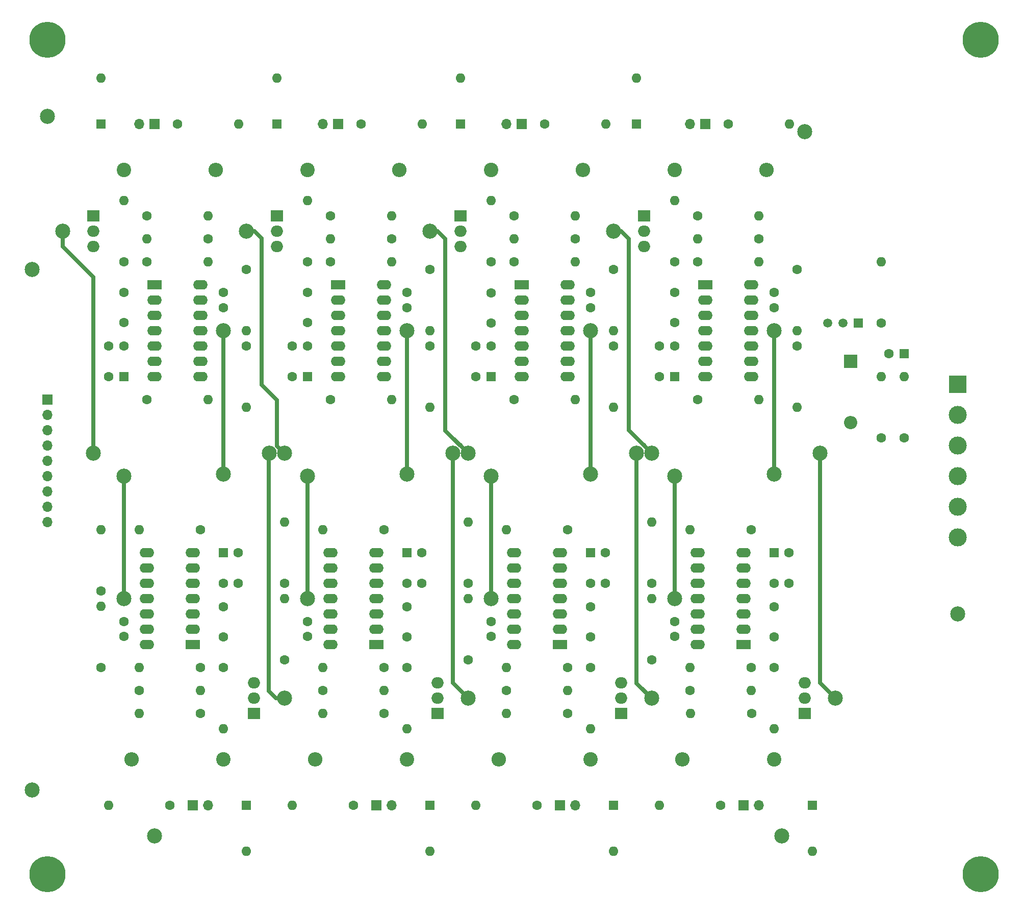
<source format=gtl>
%TF.GenerationSoftware,KiCad,Pcbnew,5.1.10*%
%TF.CreationDate,2021-06-29T12:58:40-03:00*%
%TF.ProjectId,cta,6374612e-6b69-4636-9164-5f7063625858,rev?*%
%TF.SameCoordinates,Original*%
%TF.FileFunction,Copper,L1,Top*%
%TF.FilePolarity,Positive*%
%FSLAX46Y46*%
G04 Gerber Fmt 4.6, Leading zero omitted, Abs format (unit mm)*
G04 Created by KiCad (PCBNEW 5.1.10) date 2021-06-29 12:58:40*
%MOMM*%
%LPD*%
G01*
G04 APERTURE LIST*
%TA.AperFunction,ComponentPad*%
%ADD10C,6.000000*%
%TD*%
%TA.AperFunction,ComponentPad*%
%ADD11C,3.000000*%
%TD*%
%TA.AperFunction,ComponentPad*%
%ADD12R,3.000000X3.000000*%
%TD*%
%TA.AperFunction,ComponentPad*%
%ADD13O,2.400000X1.600000*%
%TD*%
%TA.AperFunction,ComponentPad*%
%ADD14R,2.400000X1.600000*%
%TD*%
%TA.AperFunction,ComponentPad*%
%ADD15O,1.700000X1.700000*%
%TD*%
%TA.AperFunction,ComponentPad*%
%ADD16R,1.700000X1.700000*%
%TD*%
%TA.AperFunction,ComponentPad*%
%ADD17O,1.600000X1.600000*%
%TD*%
%TA.AperFunction,ComponentPad*%
%ADD18R,1.600000X1.600000*%
%TD*%
%TA.AperFunction,ComponentPad*%
%ADD19C,1.600000*%
%TD*%
%TA.AperFunction,ComponentPad*%
%ADD20R,1.500000X1.500000*%
%TD*%
%TA.AperFunction,ComponentPad*%
%ADD21C,1.500000*%
%TD*%
%TA.AperFunction,ComponentPad*%
%ADD22O,2.200000X2.200000*%
%TD*%
%TA.AperFunction,ComponentPad*%
%ADD23R,2.200000X2.200000*%
%TD*%
%TA.AperFunction,ComponentPad*%
%ADD24O,2.400000X2.400000*%
%TD*%
%TA.AperFunction,ComponentPad*%
%ADD25C,2.400000*%
%TD*%
%TA.AperFunction,ComponentPad*%
%ADD26O,2.000000X1.905000*%
%TD*%
%TA.AperFunction,ComponentPad*%
%ADD27R,2.000000X1.905000*%
%TD*%
%TA.AperFunction,ViaPad*%
%ADD28C,2.500000*%
%TD*%
%TA.AperFunction,Conductor*%
%ADD29C,0.700000*%
%TD*%
G04 APERTURE END LIST*
D10*
X210820000Y-19050000D03*
X210820000Y-157480000D03*
X55880000Y-157480000D03*
X55880000Y-19050000D03*
D11*
X207010000Y-101600000D03*
X207010000Y-96520000D03*
X207010000Y-91440000D03*
D12*
X207010000Y-76200000D03*
D11*
X207010000Y-86360000D03*
X207010000Y-81280000D03*
D13*
X72390000Y-119380000D03*
X80010000Y-104140000D03*
X72390000Y-116840000D03*
X80010000Y-106680000D03*
X72390000Y-114300000D03*
X80010000Y-109220000D03*
X72390000Y-111760000D03*
X80010000Y-111760000D03*
X72390000Y-109220000D03*
X80010000Y-114300000D03*
X72390000Y-106680000D03*
X80010000Y-116840000D03*
X72390000Y-104140000D03*
D14*
X80010000Y-119380000D03*
D15*
X55880000Y-99060000D03*
X55880000Y-96520000D03*
X55880000Y-93980000D03*
X55880000Y-91440000D03*
X55880000Y-88900000D03*
X55880000Y-86360000D03*
X55880000Y-83820000D03*
X55880000Y-81280000D03*
D16*
X55880000Y-78740000D03*
D17*
X182880000Y-153670000D03*
D18*
X182880000Y-146050000D03*
D17*
X149860000Y-153670000D03*
D18*
X149860000Y-146050000D03*
D17*
X119380000Y-153670000D03*
D18*
X119380000Y-146050000D03*
D17*
X88900000Y-153670000D03*
D18*
X88900000Y-146050000D03*
D17*
X153670000Y-25400000D03*
D18*
X153670000Y-33020000D03*
D17*
X124460000Y-25400000D03*
D18*
X124460000Y-33020000D03*
D17*
X93980000Y-25400000D03*
D18*
X93980000Y-33020000D03*
D17*
X64770000Y-25400000D03*
D18*
X64770000Y-33020000D03*
D17*
X194310000Y-74930000D03*
D19*
X194310000Y-85090000D03*
D17*
X198120000Y-74930000D03*
D19*
X198120000Y-85090000D03*
D17*
X194310000Y-55880000D03*
D19*
X194310000Y-66040000D03*
D20*
X190500000Y-66040000D03*
D21*
X185420000Y-66040000D03*
X187960000Y-66040000D03*
D22*
X189230000Y-82550000D03*
D23*
X189230000Y-72390000D03*
D19*
X195620000Y-71120000D03*
D18*
X198120000Y-71120000D03*
D19*
X176530000Y-113110000D03*
X176530000Y-118110000D03*
X146050000Y-113110000D03*
X146050000Y-118110000D03*
X115570000Y-113110000D03*
X115570000Y-118110000D03*
X85090000Y-113110000D03*
X85090000Y-118110000D03*
X160020000Y-65960000D03*
X160020000Y-60960000D03*
X129540000Y-66040000D03*
X129540000Y-61040000D03*
D24*
X161290000Y-138430000D03*
D25*
X176530000Y-138430000D03*
D24*
X130810000Y-138430000D03*
D25*
X146050000Y-138430000D03*
D24*
X100330000Y-138430000D03*
D25*
X115570000Y-138430000D03*
D24*
X69850000Y-138430000D03*
D25*
X85090000Y-138430000D03*
D24*
X175260000Y-40640000D03*
D25*
X160020000Y-40640000D03*
D24*
X144780000Y-40640000D03*
D25*
X129540000Y-40640000D03*
D24*
X114300000Y-40640000D03*
D25*
X99060000Y-40640000D03*
D24*
X83820000Y-40640000D03*
D25*
X68580000Y-40640000D03*
D19*
X179030000Y-109220000D03*
X176530000Y-109220000D03*
X148550000Y-109220000D03*
X146050000Y-109220000D03*
X118070000Y-109220000D03*
X115570000Y-109220000D03*
X87590000Y-109220000D03*
X85090000Y-109220000D03*
X157520000Y-69850000D03*
X160020000Y-69850000D03*
X127040000Y-69850000D03*
X129540000Y-69850000D03*
X96560000Y-69850000D03*
X99060000Y-69850000D03*
X66080000Y-69850000D03*
X68580000Y-69850000D03*
X160020000Y-118070000D03*
X160020000Y-115570000D03*
X129540000Y-118070000D03*
X129540000Y-115570000D03*
X99060000Y-118070000D03*
X99060000Y-115570000D03*
X68580000Y-118070000D03*
X68580000Y-115570000D03*
X176530000Y-61000000D03*
X176530000Y-63500000D03*
X146050000Y-61000000D03*
X146050000Y-63500000D03*
X115570000Y-61000000D03*
X115570000Y-63500000D03*
X85090000Y-61000000D03*
X85090000Y-63500000D03*
D15*
X173990000Y-146050000D03*
D16*
X171450000Y-146050000D03*
D15*
X143510000Y-146050000D03*
D16*
X140970000Y-146050000D03*
D15*
X113030000Y-146050000D03*
D16*
X110490000Y-146050000D03*
D15*
X82550000Y-146050000D03*
D16*
X80010000Y-146050000D03*
D15*
X162560000Y-33020000D03*
D16*
X165100000Y-33020000D03*
D15*
X132080000Y-33020000D03*
D16*
X134620000Y-33020000D03*
D15*
X101600000Y-33020000D03*
D16*
X104140000Y-33020000D03*
D15*
X71120000Y-33020000D03*
D16*
X73660000Y-33020000D03*
D19*
X99060000Y-65960000D03*
X99060000Y-60960000D03*
X68580000Y-65960000D03*
X68580000Y-60960000D03*
D13*
X163830000Y-119380000D03*
X171450000Y-104140000D03*
X163830000Y-116840000D03*
X171450000Y-106680000D03*
X163830000Y-114300000D03*
X171450000Y-109220000D03*
X163830000Y-111760000D03*
X171450000Y-111760000D03*
X163830000Y-109220000D03*
X171450000Y-114300000D03*
X163830000Y-106680000D03*
X171450000Y-116840000D03*
X163830000Y-104140000D03*
D14*
X171450000Y-119380000D03*
D17*
X157480000Y-146050000D03*
D19*
X167640000Y-146050000D03*
D17*
X162560000Y-123190000D03*
D19*
X172720000Y-123190000D03*
D17*
X176530000Y-133350000D03*
D19*
X176530000Y-123190000D03*
D17*
X162560000Y-100330000D03*
D19*
X172720000Y-100330000D03*
D17*
X156210000Y-99060000D03*
D19*
X156210000Y-109220000D03*
D17*
X156210000Y-111760000D03*
D19*
X156210000Y-121920000D03*
D17*
X172720000Y-127000000D03*
D19*
X162560000Y-127000000D03*
D17*
X162680225Y-130810000D03*
D19*
X172840225Y-130810000D03*
D26*
X181610000Y-125730000D03*
X181610000Y-128270000D03*
D27*
X181610000Y-130810000D03*
D19*
X179030000Y-104140000D03*
D18*
X176530000Y-104140000D03*
D13*
X133350000Y-119380000D03*
X140970000Y-104140000D03*
X133350000Y-116840000D03*
X140970000Y-106680000D03*
X133350000Y-114300000D03*
X140970000Y-109220000D03*
X133350000Y-111760000D03*
X140970000Y-111760000D03*
X133350000Y-109220000D03*
X140970000Y-114300000D03*
X133350000Y-106680000D03*
X140970000Y-116840000D03*
X133350000Y-104140000D03*
D14*
X140970000Y-119380000D03*
D17*
X127000000Y-146050000D03*
D19*
X137160000Y-146050000D03*
D17*
X132080000Y-123190000D03*
D19*
X142240000Y-123190000D03*
D17*
X146050000Y-133350000D03*
D19*
X146050000Y-123190000D03*
D17*
X132080000Y-100330000D03*
D19*
X142240000Y-100330000D03*
D17*
X125730000Y-99060000D03*
D19*
X125730000Y-109220000D03*
D17*
X125730000Y-111760000D03*
D19*
X125730000Y-121920000D03*
D17*
X142240000Y-127000000D03*
D19*
X132080000Y-127000000D03*
D17*
X132080000Y-130810000D03*
D19*
X142240000Y-130810000D03*
D26*
X151130000Y-125730000D03*
X151130000Y-128270000D03*
D27*
X151130000Y-130810000D03*
D19*
X148550000Y-104140000D03*
D18*
X146050000Y-104140000D03*
D13*
X102870000Y-119380000D03*
X110490000Y-104140000D03*
X102870000Y-116840000D03*
X110490000Y-106680000D03*
X102870000Y-114300000D03*
X110490000Y-109220000D03*
X102870000Y-111760000D03*
X110490000Y-111760000D03*
X102870000Y-109220000D03*
X110490000Y-114300000D03*
X102870000Y-106680000D03*
X110490000Y-116840000D03*
X102870000Y-104140000D03*
D14*
X110490000Y-119380000D03*
D17*
X96520000Y-146050000D03*
D19*
X106680000Y-146050000D03*
D17*
X101600000Y-123190000D03*
D19*
X111760000Y-123190000D03*
D17*
X115570000Y-133350000D03*
D19*
X115570000Y-123190000D03*
D17*
X101600000Y-100330000D03*
D19*
X111760000Y-100330000D03*
D17*
X95250000Y-99060000D03*
D19*
X95250000Y-109220000D03*
D17*
X95250000Y-111760000D03*
D19*
X95250000Y-121920000D03*
D17*
X111760000Y-127000000D03*
D19*
X101600000Y-127000000D03*
D17*
X101600000Y-130810000D03*
D19*
X111760000Y-130810000D03*
D26*
X120650000Y-125730000D03*
X120650000Y-128270000D03*
D27*
X120650000Y-130810000D03*
D19*
X118070000Y-104140000D03*
D18*
X115570000Y-104140000D03*
D17*
X66040000Y-146050000D03*
D19*
X76200000Y-146050000D03*
D17*
X71120000Y-123190000D03*
D19*
X81280000Y-123190000D03*
D17*
X85090000Y-133350000D03*
D19*
X85090000Y-123190000D03*
D17*
X71120000Y-100330000D03*
D19*
X81280000Y-100330000D03*
D17*
X64770000Y-100330000D03*
D19*
X64770000Y-110490000D03*
D17*
X64770000Y-113030000D03*
D19*
X64770000Y-123190000D03*
D17*
X81280000Y-127000000D03*
D19*
X71120000Y-127000000D03*
D17*
X71120000Y-130810000D03*
D19*
X81280000Y-130810000D03*
D26*
X90170000Y-125730000D03*
X90170000Y-128270000D03*
D27*
X90170000Y-130810000D03*
D19*
X87590000Y-104140000D03*
D18*
X85090000Y-104140000D03*
D13*
X172720000Y-59690000D03*
X165100000Y-74930000D03*
X172720000Y-62230000D03*
X165100000Y-72390000D03*
X172720000Y-64770000D03*
X165100000Y-69850000D03*
X172720000Y-67310000D03*
X165100000Y-67310000D03*
X172720000Y-69850000D03*
X165100000Y-64770000D03*
X172720000Y-72390000D03*
X165100000Y-62230000D03*
X172720000Y-74930000D03*
D14*
X165100000Y-59690000D03*
D17*
X179070000Y-33020000D03*
D19*
X168910000Y-33020000D03*
D17*
X173990000Y-55880000D03*
D19*
X163830000Y-55880000D03*
D17*
X160020000Y-45720000D03*
D19*
X160020000Y-55880000D03*
D17*
X173990000Y-78740000D03*
D19*
X163830000Y-78740000D03*
D17*
X180340000Y-80010000D03*
D19*
X180340000Y-69850000D03*
D17*
X180340000Y-67310000D03*
D19*
X180340000Y-57150000D03*
D17*
X163830000Y-52070000D03*
D19*
X173990000Y-52070000D03*
D17*
X173990000Y-48260000D03*
D19*
X163830000Y-48260000D03*
D26*
X154940000Y-53340000D03*
X154940000Y-50800000D03*
D27*
X154940000Y-48260000D03*
D19*
X157520000Y-74930000D03*
D18*
X160020000Y-74930000D03*
D13*
X142240000Y-59690000D03*
X134620000Y-74930000D03*
X142240000Y-62230000D03*
X134620000Y-72390000D03*
X142240000Y-64770000D03*
X134620000Y-69850000D03*
X142240000Y-67310000D03*
X134620000Y-67310000D03*
X142240000Y-69850000D03*
X134620000Y-64770000D03*
X142240000Y-72390000D03*
X134620000Y-62230000D03*
X142240000Y-74930000D03*
D14*
X134620000Y-59690000D03*
D17*
X148590000Y-33020000D03*
D19*
X138430000Y-33020000D03*
D17*
X143510000Y-55880000D03*
D19*
X133350000Y-55880000D03*
D17*
X129540000Y-45720000D03*
D19*
X129540000Y-55880000D03*
D17*
X143510000Y-78740000D03*
D19*
X133350000Y-78740000D03*
D17*
X149860000Y-80010000D03*
D19*
X149860000Y-69850000D03*
D17*
X149860000Y-67310000D03*
D19*
X149860000Y-57150000D03*
D17*
X133350000Y-52070000D03*
D19*
X143510000Y-52070000D03*
D17*
X143510000Y-48260000D03*
D19*
X133350000Y-48260000D03*
D26*
X124460000Y-53340000D03*
X124460000Y-50800000D03*
D27*
X124460000Y-48260000D03*
D19*
X127040000Y-74930000D03*
D18*
X129540000Y-74930000D03*
D26*
X93980000Y-53340000D03*
X93980000Y-50800000D03*
D27*
X93980000Y-48260000D03*
D13*
X111760000Y-59690000D03*
X104140000Y-74930000D03*
X111760000Y-62230000D03*
X104140000Y-72390000D03*
X111760000Y-64770000D03*
X104140000Y-69850000D03*
X111760000Y-67310000D03*
X104140000Y-67310000D03*
X111760000Y-69850000D03*
X104140000Y-64770000D03*
X111760000Y-72390000D03*
X104140000Y-62230000D03*
X111760000Y-74930000D03*
D14*
X104140000Y-59690000D03*
D17*
X118110000Y-33020000D03*
D19*
X107950000Y-33020000D03*
D17*
X113030000Y-55880000D03*
D19*
X102870000Y-55880000D03*
D17*
X99060000Y-45720000D03*
D19*
X99060000Y-55880000D03*
D17*
X113030000Y-78740000D03*
D19*
X102870000Y-78740000D03*
D17*
X119380000Y-80010000D03*
D19*
X119380000Y-69850000D03*
D17*
X119380000Y-67310000D03*
D19*
X119380000Y-57150000D03*
D17*
X102870000Y-52070000D03*
D19*
X113030000Y-52070000D03*
D17*
X113030000Y-48260000D03*
D19*
X102870000Y-48260000D03*
X96560000Y-74930000D03*
D18*
X99060000Y-74930000D03*
D13*
X81280000Y-59690000D03*
X73660000Y-74930000D03*
X81280000Y-62230000D03*
X73660000Y-72390000D03*
X81280000Y-64770000D03*
X73660000Y-69850000D03*
X81280000Y-67310000D03*
X73660000Y-67310000D03*
X81280000Y-69850000D03*
X73660000Y-64770000D03*
X81280000Y-72390000D03*
X73660000Y-62230000D03*
X81280000Y-74930000D03*
D14*
X73660000Y-59690000D03*
D17*
X87630000Y-33020000D03*
D19*
X77470000Y-33020000D03*
D17*
X82550000Y-55880000D03*
D19*
X72390000Y-55880000D03*
D17*
X68580000Y-45720000D03*
D19*
X68580000Y-55880000D03*
D17*
X82550000Y-78740000D03*
D19*
X72390000Y-78740000D03*
D17*
X88900000Y-80010000D03*
D19*
X88900000Y-69850000D03*
D17*
X88900000Y-67310000D03*
D19*
X88900000Y-57150000D03*
D17*
X72390000Y-52070000D03*
D19*
X82550000Y-52070000D03*
D17*
X82550000Y-48260000D03*
D19*
X72390000Y-48260000D03*
D26*
X63500000Y-53340000D03*
X63500000Y-50800000D03*
D27*
X63500000Y-48260000D03*
D19*
X66080000Y-74930000D03*
D18*
X68580000Y-74930000D03*
D28*
X55880000Y-31750000D03*
X53340000Y-57150000D03*
X53340000Y-143510000D03*
X73660000Y-151130000D03*
X207010000Y-114300000D03*
X181610000Y-34290000D03*
X177800000Y-151130000D03*
X156210000Y-128270000D03*
X125730000Y-128270000D03*
X149860000Y-50800000D03*
X119380000Y-50800000D03*
X88900000Y-50800000D03*
X58420000Y-50800000D03*
X63500000Y-87630000D03*
X95250000Y-87630000D03*
X92710000Y-87630000D03*
X95250000Y-128270000D03*
X186690000Y-128270000D03*
X125730000Y-87630000D03*
X156210000Y-87630000D03*
X123190000Y-87630000D03*
X153670000Y-87630000D03*
X184150000Y-87630000D03*
X160020000Y-91440000D03*
X160020000Y-111760000D03*
X129540000Y-111760000D03*
X129540000Y-91440000D03*
X115570000Y-67310000D03*
X115570000Y-91100000D03*
X99060000Y-111760000D03*
X99060000Y-91440000D03*
X68580000Y-111760000D03*
X176530000Y-67310000D03*
X176530000Y-91100000D03*
X146050000Y-67310000D03*
X146050000Y-91100000D03*
X85090000Y-67310000D03*
X85090000Y-91100000D03*
X68580000Y-91440000D03*
D29*
X121990000Y-71190000D02*
X121990000Y-72320000D01*
X94050000Y-86290000D02*
X93980000Y-86360000D01*
X90310000Y-50800000D02*
X91510000Y-52000000D01*
X88900000Y-50800000D02*
X90310000Y-50800000D01*
X119380000Y-50800000D02*
X120650000Y-50800000D01*
X120650000Y-50800000D02*
X121920000Y-52070000D01*
X121990000Y-54540000D02*
X121920000Y-54470000D01*
X121990000Y-71190000D02*
X121990000Y-54540000D01*
X121920000Y-54470000D02*
X121920000Y-52070000D01*
X94050000Y-86290000D02*
X94050000Y-86290000D01*
X124530000Y-86290000D02*
X124530000Y-86290000D01*
X155010000Y-86290000D02*
X155010000Y-86290000D01*
X123190000Y-125730000D02*
X125730000Y-128270000D01*
X153740000Y-125800000D02*
X156210000Y-128270000D01*
X184150000Y-125730000D02*
X186690000Y-128270000D01*
X63500000Y-86360000D02*
X63500000Y-87630000D01*
X152400000Y-58420000D02*
X152470000Y-58490000D01*
X152400000Y-52070000D02*
X152400000Y-58420000D01*
X151130000Y-50800000D02*
X152400000Y-52070000D01*
X149860000Y-50800000D02*
X151130000Y-50800000D01*
X94050000Y-86430000D02*
X95250000Y-87630000D01*
X94050000Y-86290000D02*
X94050000Y-86430000D01*
X92710000Y-87770000D02*
X92710000Y-87630000D01*
X93840000Y-128270000D02*
X92640000Y-127070000D01*
X95250000Y-128270000D02*
X93840000Y-128270000D01*
X63500000Y-87630000D02*
X63500000Y-58420000D01*
X58420000Y-53340000D02*
X58420000Y-50800000D01*
X63500000Y-58420000D02*
X58420000Y-53340000D01*
X94050000Y-86290000D02*
X94050000Y-78810000D01*
X91510000Y-76270000D02*
X91510000Y-71190000D01*
X94050000Y-78810000D02*
X91510000Y-76270000D01*
X91510000Y-71190000D02*
X91510000Y-72320000D01*
X91510000Y-52000000D02*
X91510000Y-71190000D01*
X121990000Y-72320000D02*
X121990000Y-83890000D01*
X121990000Y-83890000D02*
X125730000Y-87630000D01*
X152400000Y-58420000D02*
X152400000Y-83820000D01*
X152400000Y-83820000D02*
X156210000Y-87630000D01*
X92640000Y-87700000D02*
X92710000Y-87630000D01*
X92640000Y-127070000D02*
X92640000Y-87700000D01*
X123190000Y-125730000D02*
X123190000Y-113030000D01*
X123190000Y-113030000D02*
X123190000Y-87630000D01*
X153740000Y-112960000D02*
X153670000Y-112890000D01*
X153740000Y-125800000D02*
X153740000Y-112960000D01*
X153670000Y-112890000D02*
X153670000Y-87630000D01*
X184150000Y-125730000D02*
X184150000Y-113030000D01*
X184150000Y-113030000D02*
X184150000Y-87630000D01*
X115570000Y-82550000D02*
X115570000Y-91100000D01*
X176530000Y-82550000D02*
X176530000Y-91100000D01*
X146050000Y-82550000D02*
X146050000Y-91100000D01*
X85090000Y-82550000D02*
X85090000Y-91100000D01*
X115570000Y-78198002D02*
X115570000Y-78740000D01*
X176530000Y-82550000D02*
X176530000Y-77470000D01*
X176530000Y-77470000D02*
X176530000Y-78198002D01*
X176530000Y-67310000D02*
X176530000Y-77470000D01*
X146050000Y-82550000D02*
X146050000Y-76200000D01*
X146050000Y-76200000D02*
X146050000Y-78198002D01*
X146050000Y-67310000D02*
X146050000Y-76200000D01*
X115570000Y-82550000D02*
X115570000Y-77470000D01*
X115570000Y-77470000D02*
X115570000Y-67310000D01*
X115570000Y-78740000D02*
X115570000Y-77470000D01*
X85090000Y-82550000D02*
X85090000Y-77470000D01*
X85090000Y-77470000D02*
X85090000Y-78198002D01*
X85090000Y-67310000D02*
X85090000Y-77470000D01*
X68580000Y-111760000D02*
X68580000Y-91440000D01*
X99060000Y-100871998D02*
X99060000Y-91440000D01*
X99060000Y-111760000D02*
X99060000Y-100871998D01*
X129540000Y-111760000D02*
X129540000Y-91440000D01*
X160020000Y-111760000D02*
X160020000Y-91440000D01*
M02*

</source>
